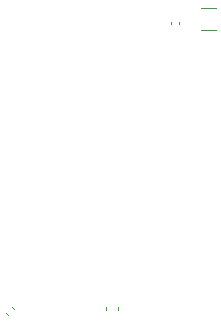
<source format=gbr>
%TF.GenerationSoftware,KiCad,Pcbnew,(6.0.4)*%
%TF.CreationDate,2023-05-26T00:59:56+09:00*%
%TF.ProjectId,BajieHeader,42616a69-6548-4656-9164-65722e6b6963,rev?*%
%TF.SameCoordinates,Original*%
%TF.FileFunction,Legend,Bot*%
%TF.FilePolarity,Positive*%
%FSLAX46Y46*%
G04 Gerber Fmt 4.6, Leading zero omitted, Abs format (unit mm)*
G04 Created by KiCad (PCBNEW (6.0.4)) date 2023-05-26 00:59:56*
%MOMM*%
%LPD*%
G01*
G04 APERTURE LIST*
%ADD10C,0.120000*%
G04 APERTURE END LIST*
D10*
%TO.C,F1*%
X99931136Y-90733200D02*
X101135264Y-90733200D01*
X99931136Y-92553200D02*
X101135264Y-92553200D01*
%TO.C,C1*%
X83540093Y-116662810D02*
X83387590Y-116510307D01*
X84049210Y-116153693D02*
X83896707Y-116001190D01*
%TO.C,C2*%
X92839000Y-116294780D02*
X92839000Y-116013620D01*
X91819000Y-116294780D02*
X91819000Y-116013620D01*
%TO.C,C13*%
X98073800Y-91865564D02*
X98073800Y-92081236D01*
X97353800Y-91865564D02*
X97353800Y-92081236D01*
%TD*%
M02*

</source>
